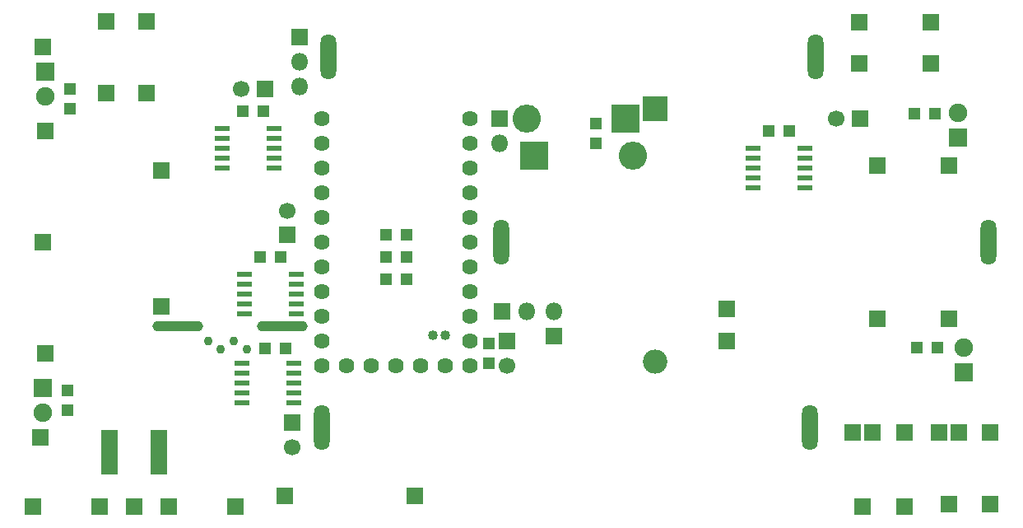
<source format=gbr>
G04 #@! TF.GenerationSoftware,KiCad,Pcbnew,(5.1.6-0-10_14)*
G04 #@! TF.CreationDate,2020-11-02T13:07:56+01:00*
G04 #@! TF.ProjectId,bolidjs,626f6c69-646a-4732-9e6b-696361645f70,1.0*
G04 #@! TF.SameCoordinates,Original*
G04 #@! TF.FileFunction,Soldermask,Bot*
G04 #@! TF.FilePolarity,Negative*
%FSLAX46Y46*%
G04 Gerber Fmt 4.6, Leading zero omitted, Abs format (unit mm)*
G04 Created by KiCad (PCBNEW (5.1.6-0-10_14)) date 2020-11-02 13:07:56*
%MOMM*%
%LPD*%
G01*
G04 APERTURE LIST*
%ADD10R,1.800000X1.800000*%
%ADD11O,5.200000X1.100000*%
%ADD12C,0.922960*%
%ADD13R,1.300000X1.300000*%
%ADD14C,1.014400*%
%ADD15C,1.624000*%
%ADD16R,1.700000X1.700000*%
%ADD17C,1.700000*%
%ADD18R,1.900000X1.900000*%
%ADD19C,1.900000*%
%ADD20O,1.800000X1.800000*%
%ADD21R,1.800000X4.540000*%
%ADD22R,1.491399X0.556400*%
%ADD23O,1.624000X4.672000*%
%ADD24R,2.500000X2.500000*%
%ADD25O,2.500000X2.500000*%
%ADD26R,2.900000X2.900000*%
%ADD27O,2.900000X2.900000*%
G04 APERTURE END LIST*
D10*
X172466000Y-68326000D03*
X165100000Y-68326000D03*
X172466000Y-84074000D03*
X165100000Y-84074000D03*
X171450000Y-95758000D03*
X117475000Y-102235000D03*
X104140000Y-102235000D03*
X162560000Y-95758000D03*
X163195000Y-53594000D03*
X163195000Y-57785000D03*
X170561000Y-53594000D03*
X170561000Y-57785000D03*
X89916000Y-60833000D03*
X85725000Y-60833000D03*
X89916000Y-53467000D03*
X85725000Y-53467000D03*
X176657000Y-95758000D03*
X164592000Y-95758000D03*
X167843200Y-95758000D03*
X172466000Y-103124000D03*
X176657000Y-103124000D03*
X173482000Y-95758000D03*
X167845000Y-103378000D03*
X163576000Y-103378000D03*
D11*
X103886000Y-84836000D03*
X93081600Y-84836000D03*
D12*
X100196000Y-87172800D03*
X98866000Y-86360000D03*
X97536000Y-87172800D03*
X96206000Y-86360000D03*
D13*
X136144000Y-63974000D03*
X136144000Y-66074000D03*
D14*
X119380000Y-85725000D03*
X120650000Y-85725000D03*
D15*
X123190000Y-63500000D03*
X123190000Y-66040000D03*
X123190000Y-68580000D03*
X123190000Y-71120000D03*
X123190000Y-73660000D03*
X123190000Y-76200000D03*
X123190000Y-78740000D03*
X123190000Y-81280000D03*
X123190000Y-83820000D03*
X123190000Y-86360000D03*
X123190000Y-88900000D03*
X120650000Y-88900000D03*
X118110000Y-88900000D03*
X115570000Y-88900000D03*
X113030000Y-88900000D03*
X110490000Y-88900000D03*
X107950000Y-88900000D03*
X107950000Y-86360000D03*
X107950000Y-83820000D03*
X107950000Y-81280000D03*
X107950000Y-78740000D03*
X107950000Y-76200000D03*
X107950000Y-73660000D03*
X107950000Y-71120000D03*
X107950000Y-68580000D03*
X107950000Y-66040000D03*
X107950000Y-63500000D03*
D13*
X101888000Y-62738000D03*
X99788000Y-62738000D03*
D16*
X104902000Y-94742000D03*
D17*
X104902000Y-97242000D03*
X160822000Y-63500000D03*
D16*
X163322000Y-63500000D03*
X102108000Y-60452000D03*
D17*
X99608000Y-60452000D03*
X104394000Y-72938000D03*
D16*
X104394000Y-75438000D03*
D17*
X127000000Y-88860000D03*
D16*
X127000000Y-86360000D03*
D13*
X155990000Y-64770000D03*
X153890000Y-64770000D03*
X125095000Y-86580000D03*
X125095000Y-88680000D03*
X102074000Y-87122000D03*
X104174000Y-87122000D03*
X103666000Y-77724000D03*
X101566000Y-77724000D03*
X116620000Y-77724000D03*
X114520000Y-77724000D03*
D18*
X173355000Y-65405000D03*
D19*
X173355000Y-62865000D03*
X173990000Y-86995000D03*
D18*
X173990000Y-89535000D03*
X79502000Y-58674000D03*
D19*
X79502000Y-61214000D03*
X79248000Y-93726000D03*
D18*
X79248000Y-91186000D03*
D20*
X126238000Y-66040000D03*
D10*
X126238000Y-63500000D03*
X99060000Y-103378000D03*
X78232000Y-103378000D03*
X88646000Y-103378000D03*
D21*
X86106000Y-97790000D03*
D10*
X85090000Y-103378000D03*
X92202000Y-103378000D03*
D21*
X91186000Y-97790000D03*
D10*
X79502000Y-87630000D03*
X79502000Y-64770000D03*
X79248000Y-76200000D03*
D20*
X131826000Y-83312000D03*
D10*
X131826000Y-85852000D03*
X149606000Y-86360000D03*
X91440000Y-68834000D03*
X149606000Y-83058000D03*
X91440000Y-82804000D03*
X78994000Y-96266000D03*
X79248000Y-56134000D03*
X126492000Y-83312000D03*
D20*
X129032000Y-83312000D03*
D13*
X170976000Y-62992000D03*
X168876000Y-62992000D03*
X169130000Y-86995000D03*
X171230000Y-86995000D03*
X82042000Y-60418000D03*
X82042000Y-62518000D03*
X81788000Y-91406000D03*
X81788000Y-93506000D03*
X114520000Y-75438000D03*
X116620000Y-75438000D03*
X114520000Y-80010000D03*
X116620000Y-80010000D03*
D10*
X105664000Y-55118000D03*
D20*
X105664000Y-57658000D03*
X105664000Y-60198000D03*
D22*
X105013498Y-88677999D03*
X105013498Y-89677999D03*
X105013498Y-90678000D03*
X105013498Y-91678001D03*
X105013498Y-92678001D03*
X99710502Y-92678001D03*
X99710502Y-91678001D03*
X99710502Y-90678000D03*
X99710502Y-89677999D03*
X99710502Y-88677999D03*
X99964502Y-79533999D03*
X99964502Y-80533999D03*
X99964502Y-81534000D03*
X99964502Y-82534001D03*
X99964502Y-83534001D03*
X105267498Y-83534001D03*
X105267498Y-82534001D03*
X105267498Y-81534000D03*
X105267498Y-80533999D03*
X105267498Y-79533999D03*
X152288502Y-70580001D03*
X152288502Y-69580001D03*
X152288502Y-68580000D03*
X152288502Y-67579999D03*
X152288502Y-66579999D03*
X157591498Y-66579999D03*
X157591498Y-67579999D03*
X157591498Y-68580000D03*
X157591498Y-69580001D03*
X157591498Y-70580001D03*
X97678502Y-64547999D03*
X97678502Y-65547999D03*
X97678502Y-66548000D03*
X97678502Y-67548001D03*
X97678502Y-68548001D03*
X102981498Y-68548001D03*
X102981498Y-67548001D03*
X102981498Y-66548000D03*
X102981498Y-65547999D03*
X102981498Y-64547999D03*
D23*
X158750000Y-57150000D03*
X108585000Y-57150000D03*
X126365000Y-76200000D03*
X176530000Y-76200000D03*
X107950000Y-95250000D03*
X158115000Y-95250000D03*
D24*
X142240000Y-62484000D03*
D25*
X142240000Y-88484000D03*
D26*
X129794000Y-67310000D03*
D27*
X139954000Y-67310000D03*
D26*
X139192000Y-63500000D03*
D27*
X129032000Y-63500000D03*
M02*

</source>
